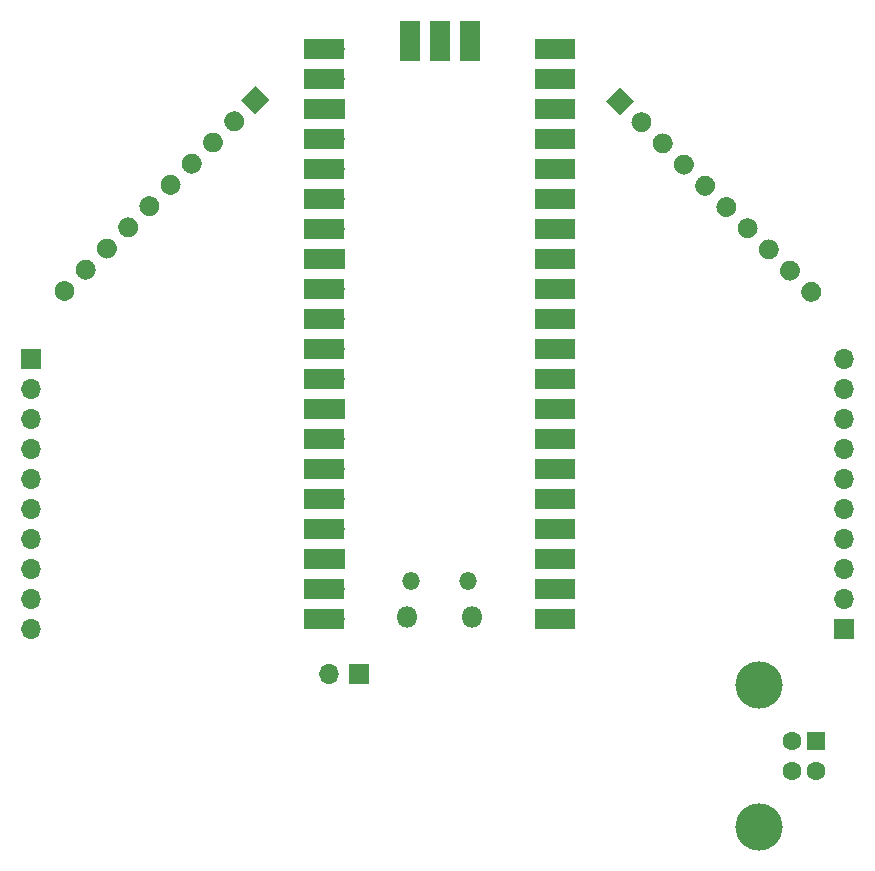
<source format=gbr>
%TF.GenerationSoftware,KiCad,Pcbnew,(5.1.8)-1*%
%TF.CreationDate,2021-12-10T09:06:31+01:00*%
%TF.ProjectId,FirePlace_V1,46697265-506c-4616-9365-5f56312e6b69,rev?*%
%TF.SameCoordinates,Original*%
%TF.FileFunction,Soldermask,Top*%
%TF.FilePolarity,Negative*%
%FSLAX46Y46*%
G04 Gerber Fmt 4.6, Leading zero omitted, Abs format (unit mm)*
G04 Created by KiCad (PCBNEW (5.1.8)-1) date 2021-12-10 09:06:31*
%MOMM*%
%LPD*%
G01*
G04 APERTURE LIST*
%ADD10C,4.000000*%
%ADD11C,1.600000*%
%ADD12R,1.600000X1.600000*%
%ADD13O,1.700000X1.700000*%
%ADD14R,1.700000X1.700000*%
%ADD15C,0.100000*%
%ADD16R,1.700000X3.500000*%
%ADD17O,1.500000X1.500000*%
%ADD18O,1.800000X1.800000*%
%ADD19R,3.500000X1.700000*%
G04 APERTURE END LIST*
D10*
%TO.C,K5*%
X81127600Y-78765400D03*
X81127600Y-90765400D03*
D11*
X83987600Y-83515400D03*
X83987600Y-86015400D03*
X85987600Y-86015400D03*
D12*
X85987600Y-83515400D03*
%TD*%
D13*
%TO.C,K6*%
X44780200Y-77851000D03*
D14*
X47320200Y-77851000D03*
%TD*%
%TO.C,K4*%
G36*
G01*
X21750959Y-44814159D02*
X21750959Y-44814159D01*
G75*
G02*
X22953041Y-44814159I601041J-601041D01*
G01*
X22953041Y-44814159D01*
G75*
G02*
X22953041Y-46016241I-601041J-601041D01*
G01*
X22953041Y-46016241D01*
G75*
G02*
X21750959Y-46016241I-601041J601041D01*
G01*
X21750959Y-46016241D01*
G75*
G02*
X21750959Y-44814159I601041J601041D01*
G01*
G37*
G36*
G01*
X23547010Y-43018108D02*
X23547010Y-43018108D01*
G75*
G02*
X24749092Y-43018108I601041J-601041D01*
G01*
X24749092Y-43018108D01*
G75*
G02*
X24749092Y-44220190I-601041J-601041D01*
G01*
X24749092Y-44220190D01*
G75*
G02*
X23547010Y-44220190I-601041J601041D01*
G01*
X23547010Y-44220190D01*
G75*
G02*
X23547010Y-43018108I601041J601041D01*
G01*
G37*
G36*
G01*
X25343061Y-41222057D02*
X25343061Y-41222057D01*
G75*
G02*
X26545143Y-41222057I601041J-601041D01*
G01*
X26545143Y-41222057D01*
G75*
G02*
X26545143Y-42424139I-601041J-601041D01*
G01*
X26545143Y-42424139D01*
G75*
G02*
X25343061Y-42424139I-601041J601041D01*
G01*
X25343061Y-42424139D01*
G75*
G02*
X25343061Y-41222057I601041J601041D01*
G01*
G37*
G36*
G01*
X27139113Y-39426005D02*
X27139113Y-39426005D01*
G75*
G02*
X28341195Y-39426005I601041J-601041D01*
G01*
X28341195Y-39426005D01*
G75*
G02*
X28341195Y-40628087I-601041J-601041D01*
G01*
X28341195Y-40628087D01*
G75*
G02*
X27139113Y-40628087I-601041J601041D01*
G01*
X27139113Y-40628087D01*
G75*
G02*
X27139113Y-39426005I601041J601041D01*
G01*
G37*
G36*
G01*
X28935164Y-37629954D02*
X28935164Y-37629954D01*
G75*
G02*
X30137246Y-37629954I601041J-601041D01*
G01*
X30137246Y-37629954D01*
G75*
G02*
X30137246Y-38832036I-601041J-601041D01*
G01*
X30137246Y-38832036D01*
G75*
G02*
X28935164Y-38832036I-601041J601041D01*
G01*
X28935164Y-38832036D01*
G75*
G02*
X28935164Y-37629954I601041J601041D01*
G01*
G37*
G36*
G01*
X30731215Y-35833903D02*
X30731215Y-35833903D01*
G75*
G02*
X31933297Y-35833903I601041J-601041D01*
G01*
X31933297Y-35833903D01*
G75*
G02*
X31933297Y-37035985I-601041J-601041D01*
G01*
X31933297Y-37035985D01*
G75*
G02*
X30731215Y-37035985I-601041J601041D01*
G01*
X30731215Y-37035985D01*
G75*
G02*
X30731215Y-35833903I601041J601041D01*
G01*
G37*
G36*
G01*
X32527266Y-34037852D02*
X32527266Y-34037852D01*
G75*
G02*
X33729348Y-34037852I601041J-601041D01*
G01*
X33729348Y-34037852D01*
G75*
G02*
X33729348Y-35239934I-601041J-601041D01*
G01*
X33729348Y-35239934D01*
G75*
G02*
X32527266Y-35239934I-601041J601041D01*
G01*
X32527266Y-35239934D01*
G75*
G02*
X32527266Y-34037852I601041J601041D01*
G01*
G37*
G36*
G01*
X34323318Y-32241800D02*
X34323318Y-32241800D01*
G75*
G02*
X35525400Y-32241800I601041J-601041D01*
G01*
X35525400Y-32241800D01*
G75*
G02*
X35525400Y-33443882I-601041J-601041D01*
G01*
X35525400Y-33443882D01*
G75*
G02*
X34323318Y-33443882I-601041J601041D01*
G01*
X34323318Y-33443882D01*
G75*
G02*
X34323318Y-32241800I601041J601041D01*
G01*
G37*
G36*
G01*
X36119369Y-30445749D02*
X36119369Y-30445749D01*
G75*
G02*
X37321451Y-30445749I601041J-601041D01*
G01*
X37321451Y-30445749D01*
G75*
G02*
X37321451Y-31647831I-601041J-601041D01*
G01*
X37321451Y-31647831D01*
G75*
G02*
X36119369Y-31647831I-601041J601041D01*
G01*
X36119369Y-31647831D01*
G75*
G02*
X36119369Y-30445749I601041J601041D01*
G01*
G37*
D15*
G36*
X37314379Y-29250739D02*
G01*
X38516461Y-28048657D01*
X39718543Y-29250739D01*
X38516461Y-30452821D01*
X37314379Y-29250739D01*
G37*
%TD*%
D13*
%TO.C,K3*%
X19507200Y-74066400D03*
X19507200Y-71526400D03*
X19507200Y-68986400D03*
X19507200Y-66446400D03*
X19507200Y-63906400D03*
X19507200Y-61366400D03*
X19507200Y-58826400D03*
X19507200Y-56286400D03*
X19507200Y-53746400D03*
D14*
X19507200Y-51206400D03*
%TD*%
%TO.C,K2*%
G36*
G01*
X84971559Y-46092441D02*
X84971559Y-46092441D01*
G75*
G02*
X84971559Y-44890359I601041J601041D01*
G01*
X84971559Y-44890359D01*
G75*
G02*
X86173641Y-44890359I601041J-601041D01*
G01*
X86173641Y-44890359D01*
G75*
G02*
X86173641Y-46092441I-601041J-601041D01*
G01*
X86173641Y-46092441D01*
G75*
G02*
X84971559Y-46092441I-601041J601041D01*
G01*
G37*
G36*
G01*
X83175508Y-44296390D02*
X83175508Y-44296390D01*
G75*
G02*
X83175508Y-43094308I601041J601041D01*
G01*
X83175508Y-43094308D01*
G75*
G02*
X84377590Y-43094308I601041J-601041D01*
G01*
X84377590Y-43094308D01*
G75*
G02*
X84377590Y-44296390I-601041J-601041D01*
G01*
X84377590Y-44296390D01*
G75*
G02*
X83175508Y-44296390I-601041J601041D01*
G01*
G37*
G36*
G01*
X81379457Y-42500339D02*
X81379457Y-42500339D01*
G75*
G02*
X81379457Y-41298257I601041J601041D01*
G01*
X81379457Y-41298257D01*
G75*
G02*
X82581539Y-41298257I601041J-601041D01*
G01*
X82581539Y-41298257D01*
G75*
G02*
X82581539Y-42500339I-601041J-601041D01*
G01*
X82581539Y-42500339D01*
G75*
G02*
X81379457Y-42500339I-601041J601041D01*
G01*
G37*
G36*
G01*
X79583405Y-40704287D02*
X79583405Y-40704287D01*
G75*
G02*
X79583405Y-39502205I601041J601041D01*
G01*
X79583405Y-39502205D01*
G75*
G02*
X80785487Y-39502205I601041J-601041D01*
G01*
X80785487Y-39502205D01*
G75*
G02*
X80785487Y-40704287I-601041J-601041D01*
G01*
X80785487Y-40704287D01*
G75*
G02*
X79583405Y-40704287I-601041J601041D01*
G01*
G37*
G36*
G01*
X77787354Y-38908236D02*
X77787354Y-38908236D01*
G75*
G02*
X77787354Y-37706154I601041J601041D01*
G01*
X77787354Y-37706154D01*
G75*
G02*
X78989436Y-37706154I601041J-601041D01*
G01*
X78989436Y-37706154D01*
G75*
G02*
X78989436Y-38908236I-601041J-601041D01*
G01*
X78989436Y-38908236D01*
G75*
G02*
X77787354Y-38908236I-601041J601041D01*
G01*
G37*
G36*
G01*
X75991303Y-37112185D02*
X75991303Y-37112185D01*
G75*
G02*
X75991303Y-35910103I601041J601041D01*
G01*
X75991303Y-35910103D01*
G75*
G02*
X77193385Y-35910103I601041J-601041D01*
G01*
X77193385Y-35910103D01*
G75*
G02*
X77193385Y-37112185I-601041J-601041D01*
G01*
X77193385Y-37112185D01*
G75*
G02*
X75991303Y-37112185I-601041J601041D01*
G01*
G37*
G36*
G01*
X74195252Y-35316134D02*
X74195252Y-35316134D01*
G75*
G02*
X74195252Y-34114052I601041J601041D01*
G01*
X74195252Y-34114052D01*
G75*
G02*
X75397334Y-34114052I601041J-601041D01*
G01*
X75397334Y-34114052D01*
G75*
G02*
X75397334Y-35316134I-601041J-601041D01*
G01*
X75397334Y-35316134D01*
G75*
G02*
X74195252Y-35316134I-601041J601041D01*
G01*
G37*
G36*
G01*
X72399200Y-33520082D02*
X72399200Y-33520082D01*
G75*
G02*
X72399200Y-32318000I601041J601041D01*
G01*
X72399200Y-32318000D01*
G75*
G02*
X73601282Y-32318000I601041J-601041D01*
G01*
X73601282Y-32318000D01*
G75*
G02*
X73601282Y-33520082I-601041J-601041D01*
G01*
X73601282Y-33520082D01*
G75*
G02*
X72399200Y-33520082I-601041J601041D01*
G01*
G37*
G36*
G01*
X70603149Y-31724031D02*
X70603149Y-31724031D01*
G75*
G02*
X70603149Y-30521949I601041J601041D01*
G01*
X70603149Y-30521949D01*
G75*
G02*
X71805231Y-30521949I601041J-601041D01*
G01*
X71805231Y-30521949D01*
G75*
G02*
X71805231Y-31724031I-601041J-601041D01*
G01*
X71805231Y-31724031D01*
G75*
G02*
X70603149Y-31724031I-601041J601041D01*
G01*
G37*
D15*
G36*
X69408139Y-30529021D02*
G01*
X68206057Y-29326939D01*
X69408139Y-28124857D01*
X70610221Y-29326939D01*
X69408139Y-30529021D01*
G37*
%TD*%
D13*
%TO.C,K1*%
X88392000Y-51206400D03*
X88392000Y-53746400D03*
X88392000Y-56286400D03*
X88392000Y-58826400D03*
X88392000Y-61366400D03*
X88392000Y-63906400D03*
X88392000Y-66446400D03*
X88392000Y-68986400D03*
X88392000Y-71526400D03*
D14*
X88392000Y-74066400D03*
%TD*%
D13*
%TO.C,U1*%
X51574700Y-25134700D03*
D16*
X51574700Y-24234700D03*
D14*
X54114700Y-25134700D03*
D16*
X54114700Y-24234700D03*
D13*
X56654700Y-25134700D03*
D16*
X56654700Y-24234700D03*
D17*
X51689700Y-70004700D03*
X56539700Y-70004700D03*
D18*
X51389700Y-73034700D03*
X56839700Y-73034700D03*
D19*
X44324700Y-24904700D03*
X44324700Y-27444700D03*
X44324700Y-29984700D03*
X44324700Y-32524700D03*
X44324700Y-35064700D03*
X44324700Y-37604700D03*
X44324700Y-40144700D03*
X44324700Y-42684700D03*
X44324700Y-45224700D03*
X44324700Y-47764700D03*
X44324700Y-50304700D03*
X44324700Y-52844700D03*
X44324700Y-55384700D03*
X44324700Y-57924700D03*
X44324700Y-60464700D03*
X44324700Y-63004700D03*
X44324700Y-65544700D03*
X44324700Y-68084700D03*
X44324700Y-70624700D03*
X44324700Y-73164700D03*
X63904700Y-24904700D03*
X63904700Y-27444700D03*
X63904700Y-29984700D03*
X63904700Y-32524700D03*
X63904700Y-35064700D03*
X63904700Y-37604700D03*
X63904700Y-40144700D03*
X63904700Y-42684700D03*
X63904700Y-45224700D03*
X63904700Y-47764700D03*
X63904700Y-50304700D03*
X63904700Y-52844700D03*
X63904700Y-55384700D03*
X63904700Y-57924700D03*
X63904700Y-60464700D03*
X63904700Y-63004700D03*
X63904700Y-65544700D03*
X63904700Y-68084700D03*
X63904700Y-70624700D03*
X63904700Y-73164700D03*
D13*
X45224700Y-73164700D03*
X45224700Y-70624700D03*
D14*
X45224700Y-68084700D03*
D13*
X45224700Y-65544700D03*
X45224700Y-63004700D03*
X45224700Y-60464700D03*
X45224700Y-57924700D03*
D14*
X45224700Y-55384700D03*
D13*
X45224700Y-52844700D03*
X45224700Y-50304700D03*
X45224700Y-47764700D03*
X45224700Y-45224700D03*
D14*
X45224700Y-42684700D03*
D13*
X45224700Y-40144700D03*
X45224700Y-37604700D03*
X45224700Y-35064700D03*
X45224700Y-32524700D03*
D14*
X45224700Y-29984700D03*
D13*
X45224700Y-27444700D03*
X45224700Y-24904700D03*
X63004700Y-24904700D03*
X63004700Y-27444700D03*
D14*
X63004700Y-29984700D03*
D13*
X63004700Y-32524700D03*
X63004700Y-35064700D03*
X63004700Y-37604700D03*
X63004700Y-40144700D03*
D14*
X63004700Y-42684700D03*
D13*
X63004700Y-45224700D03*
X63004700Y-47764700D03*
X63004700Y-50304700D03*
X63004700Y-52844700D03*
D14*
X63004700Y-55384700D03*
D13*
X63004700Y-57924700D03*
X63004700Y-60464700D03*
X63004700Y-63004700D03*
X63004700Y-65544700D03*
D14*
X63004700Y-68084700D03*
D13*
X63004700Y-70624700D03*
X63004700Y-73164700D03*
%TD*%
M02*

</source>
